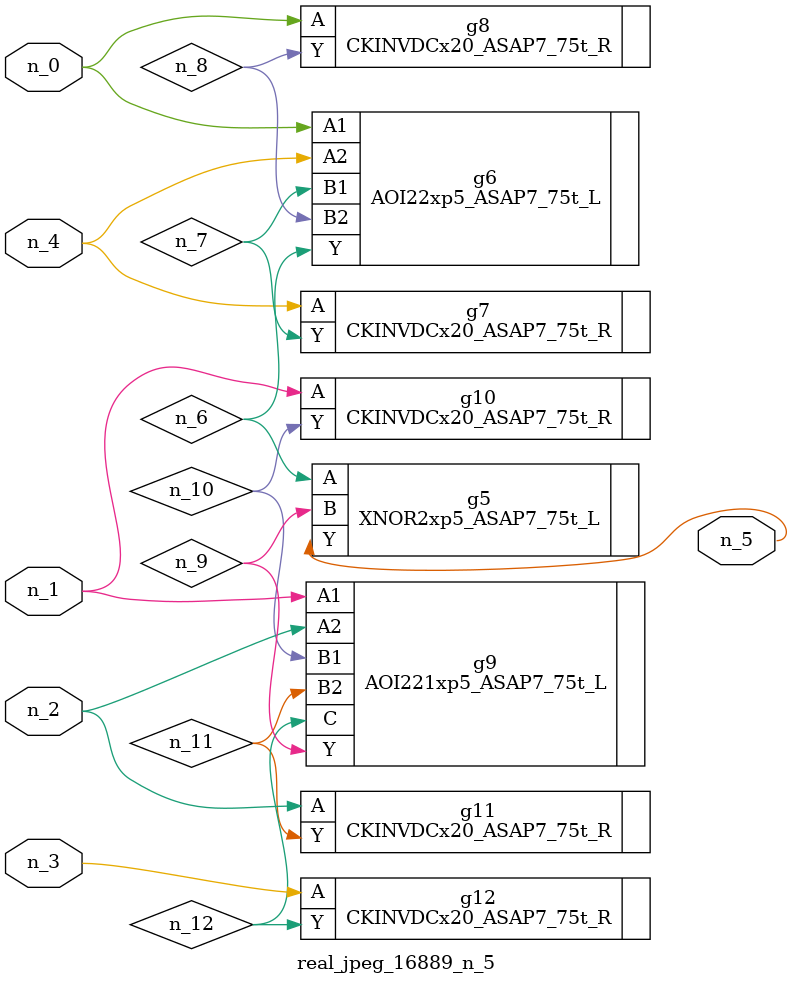
<source format=v>
module real_jpeg_16889_n_5 (n_4, n_0, n_1, n_2, n_3, n_5);

input n_4;
input n_0;
input n_1;
input n_2;
input n_3;

output n_5;

wire n_12;
wire n_8;
wire n_11;
wire n_6;
wire n_7;
wire n_10;
wire n_9;

AOI22xp5_ASAP7_75t_L g6 ( 
.A1(n_0),
.A2(n_4),
.B1(n_7),
.B2(n_8),
.Y(n_6)
);

CKINVDCx20_ASAP7_75t_R g8 ( 
.A(n_0),
.Y(n_8)
);

AOI221xp5_ASAP7_75t_L g9 ( 
.A1(n_1),
.A2(n_2),
.B1(n_10),
.B2(n_11),
.C(n_12),
.Y(n_9)
);

CKINVDCx20_ASAP7_75t_R g10 ( 
.A(n_1),
.Y(n_10)
);

CKINVDCx20_ASAP7_75t_R g11 ( 
.A(n_2),
.Y(n_11)
);

CKINVDCx20_ASAP7_75t_R g12 ( 
.A(n_3),
.Y(n_12)
);

CKINVDCx20_ASAP7_75t_R g7 ( 
.A(n_4),
.Y(n_7)
);

XNOR2xp5_ASAP7_75t_L g5 ( 
.A(n_6),
.B(n_9),
.Y(n_5)
);


endmodule
</source>
